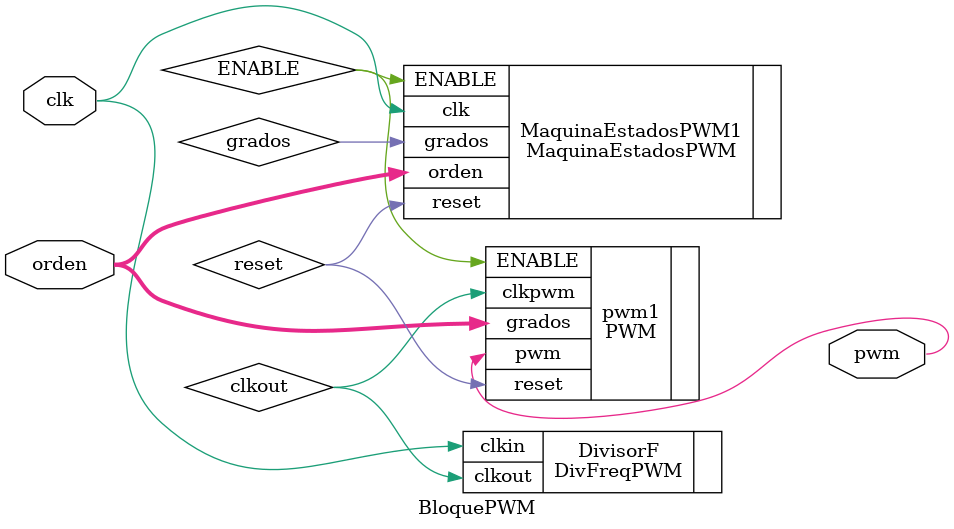
<source format=v>
`timescale 1ns / 1ps

module BloquePWM(
                     
                   
                    output	wire pwm,
                    input	wire [2:0] orden,
					input	wire clk
                   
    );
    
   MaquinaEstadosPWM MaquinaEstadosPWM1 (
    .orden (orden),
    .clk(clk),
    .ENABLE (ENABLE),
    .reset (reset),
    .grados (grados)
   );
   
   DivFreqPWM DivisorF   (
                                  .clkin      ( clk     ),
                                  .clkout  ( clkout )
                                );
   PWM pwm1 (
          .clkpwm (clkout),
          .ENABLE (ENABLE),
          .reset (reset),
          .grados (orden),
          .pwm(pwm)
          );
endmodule
</source>
